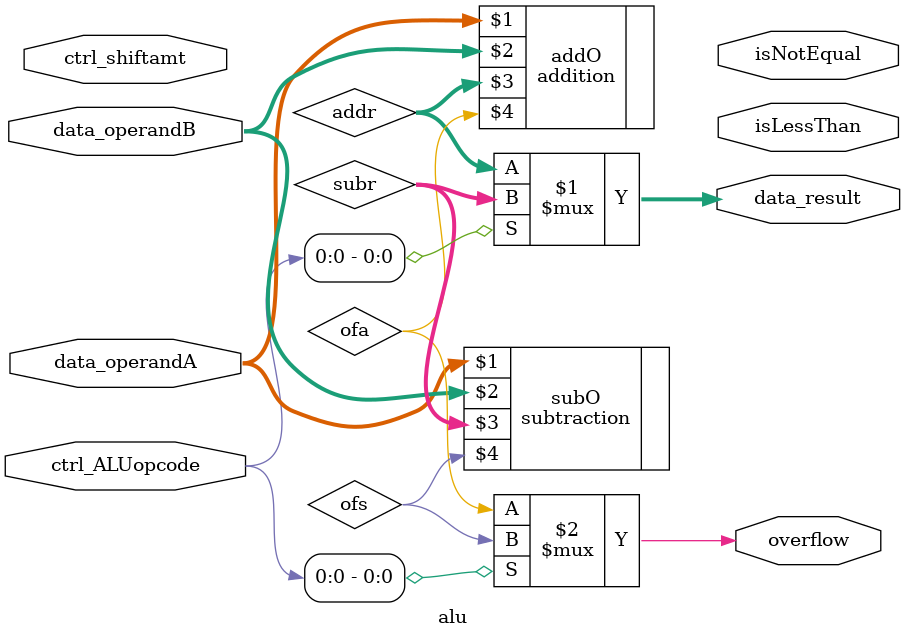
<source format=v>
module alu(data_operandA, data_operandB, ctrl_ALUopcode, ctrl_shiftamt, data_result, isNotEqual, isLessThan, overflow);

   input [31:0] data_operandA, data_operandB;
   input [4:0] ctrl_ALUopcode, ctrl_shiftamt;

   output [31:0] data_result;
   output isNotEqual, isLessThan, overflow;

   // YOUR CODE HERE //
	wire [31:0] addr; // add operation result
	wire ofa; // add operation overflow
	wire [31:0] subr; // substract operation result
	wire ofs; // substract operation overflow
	
	addition addO(data_operandA[31:0], data_operandB[31:0], addr[31:0], ofa); // add operation
	subtraction subO(data_operandA[31:0], data_operandB[31:0], subr[31:0], ofs); // substract operation
	
	assign data_result[31:0] = ctrl_ALUopcode[0] ? subr : addr; // mux for check the result
	assign overflow = ctrl_ALUopcode[0] ? ofs : ofa; // mux for check the overflow
	

endmodule

</source>
